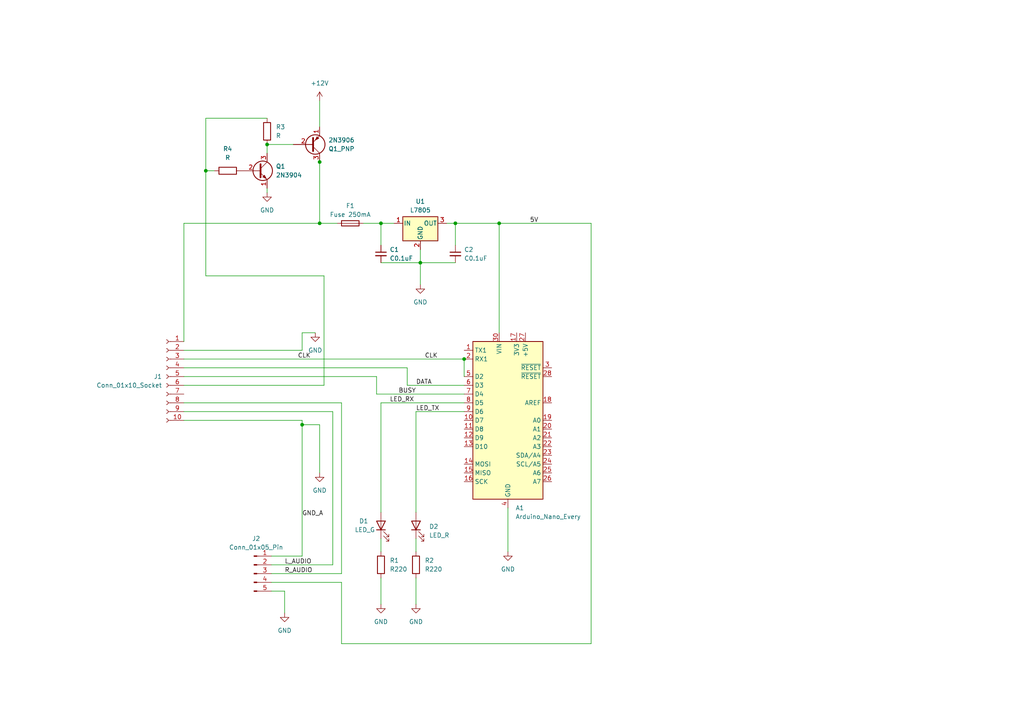
<source format=kicad_sch>
(kicad_sch (version 20230121) (generator eeschema)
  (paper "A4")
  (lib_symbols
    (symbol "Connector:Conn_01x05_Pin" (pin_names (offset 1.016) hide)
      (property "Reference" "J" (at 0 7.62 0))
      (property "Value" "Conn_01x05_Pin" (at 0 -7.62 0))
      (symbol "Conn_01x05_Pin_1_1"
        (polyline (pts (xy 1.27 -5.08) (xy 0.8636 -5.08)) (stroke (width 0.1524)))
        (polyline (pts (xy 1.27 -2.54) (xy 0.8636 -2.54)) (stroke (width 0.1524)))
        (polyline (pts (xy 1.27 0) (xy 0.8636 0)) (stroke (width 0.1524)))
        (polyline (pts (xy 1.27 2.54) (xy 0.8636 2.54)) (stroke (width 0.1524)))
        (polyline (pts (xy 1.27 5.08) (xy 0.8636 5.08)) (stroke (width 0.1524)))
        (rectangle (start 0.8636 -4.953) (end 0 -5.207) (stroke (width 0.1524)) (fill (type outline)))
        (rectangle (start 0.8636 -2.413) (end 0 -2.667) (stroke (width 0.1524)) (fill (type outline)))
        (rectangle (start 0.8636 0.127) (end 0 -0.127) (stroke (width 0.1524)) (fill (type outline)))
        (rectangle (start 0.8636 2.667) (end 0 2.413) (stroke (width 0.1524)) (fill (type outline)))
        (rectangle (start 0.8636 5.207) (end 0 4.953) (stroke (width 0.1524)) (fill (type outline)))
        (pin passive line (at 5.08 5.08 180) (length 3.81) (name "Pin_1") (number "1"))
        (pin passive line (at 5.08 2.54 180) (length 3.81) (name "Pin_2") (number "2"))
        (pin passive line (at 5.08 0 180) (length 3.81) (name "Pin_3") (number "3"))
        (pin passive line (at 5.08 -2.54 180) (length 3.81) (name "Pin_4") (number "4"))
        (pin passive line (at 5.08 -5.08 180) (length 3.81) (name "Pin_5") (number "5"))
      )
    )
    (symbol "Connector:Conn_01x10_Socket" (pin_names (offset 1.016) hide)
      (property "Reference" "J" (at 0 12.7 0))
      (property "Value" "Conn_01x10_Socket" (at 0 -15.24 0))
      (symbol "Conn_01x10_Socket_1_1"
        (arc (start 0 -12.192) (mid -0.5058 -12.7) (end 0 -13.208) (stroke (width 0.1524)))
        (arc (start 0 -9.652) (mid -0.5058 -10.16) (end 0 -10.668) (stroke (width 0.1524)))
        (arc (start 0 -7.112) (mid -0.5058 -7.62) (end 0 -8.128) (stroke (width 0.1524)))
        (arc (start 0 -4.572) (mid -0.5058 -5.08) (end 0 -5.588) (stroke (width 0.1524)))
        (arc (start 0 -2.032) (mid -0.5058 -2.54) (end 0 -3.048) (stroke (width 0.1524)))
        (polyline (pts (xy -1.27 -12.7) (xy -0.508 -12.7)) (stroke (width 0.1524)))
        (polyline (pts (xy -1.27 -10.16) (xy -0.508 -10.16)) (stroke (width 0.1524)))
        (polyline (pts (xy -1.27 -7.62) (xy -0.508 -7.62)) (stroke (width 0.1524)))
        (polyline (pts (xy -1.27 -5.08) (xy -0.508 -5.08)) (stroke (width 0.1524)))
        (polyline (pts (xy -1.27 -2.54) (xy -0.508 -2.54)) (stroke (width 0.1524)))
        (polyline (pts (xy -1.27 0) (xy -0.508 0)) (stroke (width 0.1524)))
        (polyline (pts (xy -1.27 2.54) (xy -0.508 2.54)) (stroke (width 0.1524)))
        (polyline (pts (xy -1.27 5.08) (xy -0.508 5.08)) (stroke (width 0.1524)))
        (polyline (pts (xy -1.27 7.62) (xy -0.508 7.62)) (stroke (width 0.1524)))
        (polyline (pts (xy -1.27 10.16) (xy -0.508 10.16)) (stroke (width 0.1524)))
        (arc (start 0 0.508) (mid -0.5058 0) (end 0 -0.508) (stroke (width 0.1524)))
        (arc (start 0 3.048) (mid -0.5058 2.54) (end 0 2.032) (stroke (width 0.1524)))
        (arc (start 0 5.588) (mid -0.5058 5.08) (end 0 4.572) (stroke (width 0.1524)))
        (arc (start 0 8.128) (mid -0.5058 7.62) (end 0 7.112) (stroke (width 0.1524)))
        (arc (start 0 10.668) (mid -0.5058 10.16) (end 0 9.652) (stroke (width 0.1524)))
        (pin passive line (at -5.08 10.16 0) (length 3.81) (name "Pin_1") (number "1"))
        (pin passive line (at -5.08 -12.7 0) (length 3.81) (name "Pin_10") (number "10"))
        (pin passive line (at -5.08 7.62 0) (length 3.81) (name "Pin_2") (number "2"))
        (pin passive line (at -5.08 5.08 0) (length 3.81) (name "Pin_3") (number "3"))
        (pin passive line (at -5.08 2.54 0) (length 3.81) (name "Pin_4") (number "4"))
        (pin passive line (at -5.08 0 0) (length 3.81) (name "Pin_5") (number "5"))
        (pin passive line (at -5.08 -2.54 0) (length 3.81) (name "Pin_6") (number "6"))
        (pin passive line (at -5.08 -5.08 0) (length 3.81) (name "Pin_7") (number "7"))
        (pin passive line (at -5.08 -7.62 0) (length 3.81) (name "Pin_8") (number "8"))
        (pin passive line (at -5.08 -10.16 0) (length 3.81) (name "Pin_9") (number "9"))
      )
    )
    (symbol "Device:C_Small" (pin_numbers hide) (pin_names (offset 0.254) hide)
      (property "Reference" "C" (at 0.254 1.778 0))
      (property "Value" "C_Small" (at 0.254 -2.032 0))
      (symbol "C_Small_0_1"
        (polyline (pts (xy -1.524 -0.508) (xy 1.524 -0.508)) (stroke (width 0.3302)))
        (polyline (pts (xy -1.524 0.508) (xy 1.524 0.508)) (stroke (width 0.3048)))
      )
      (symbol "C_Small_1_1"
        (pin passive line (at 0 2.54 270) (length 2.032) (name "~") (number "1"))
        (pin passive line (at 0 -2.54 90) (length 2.032) (name "~") (number "2"))
      )
    )
    (symbol "Device:Fuse" (pin_numbers hide) (pin_names (offset 0))
      (property "Reference" "F" (at 2.032 0 90))
      (property "Value" "Fuse" (at -1.905 0 90))
      (symbol "Fuse_0_1"
        (rectangle (start -0.762 -2.54) (end 0.762 2.54) (stroke (width 0.254)))
        (polyline (pts (xy 0 2.54) (xy 0 -2.54)))
      )
      (symbol "Fuse_1_1"
        (pin passive line (at 0 3.81 270) (length 1.27) (name "~") (number "1"))
        (pin passive line (at 0 -3.81 90) (length 1.27) (name "~") (number "2"))
      )
    )
    (symbol "Device:LED" (pin_numbers hide) (pin_names (offset 1.016) hide)
      (property "Reference" "D" (at 0 2.54 0))
      (property "Value" "LED" (at 0 -2.54 0))
      (symbol "LED_0_1"
        (polyline (pts (xy -1.27 -1.27) (xy -1.27 1.27)) (stroke (width 0.254)))
        (polyline (pts (xy -1.27 0) (xy 1.27 0)))
        (polyline (pts (xy 1.27 -1.27) (xy 1.27 1.27) (xy -1.27 0) (xy 1.27 -1.27)) (stroke (width 0.254)))
        (polyline (pts (xy -3.048 -0.762) (xy -4.572 -2.286) (xy -3.81 -2.286) (xy -4.572 -2.286) (xy -4.572 -1.524)))
        (polyline (pts (xy -1.778 -0.762) (xy -3.302 -2.286) (xy -2.54 -2.286) (xy -3.302 -2.286) (xy -3.302 -1.524)))
      )
      (symbol "LED_1_1"
        (pin passive line (at -3.81 0 0) (length 2.54) (name "K") (number "1"))
        (pin passive line (at 3.81 0 180) (length 2.54) (name "A") (number "2"))
      )
    )
    (symbol "Device:R" (pin_numbers hide) (pin_names (offset 0))
      (property "Reference" "R" (at 2.032 0 90))
      (property "Value" "R" (at 0 0 90))
      (symbol "R_0_1"
        (rectangle (start -1.016 -2.54) (end 1.016 2.54) (stroke (width 0.254)))
      )
      (symbol "R_1_1"
        (pin passive line (at 0 3.81 270) (length 1.27) (name "~") (number "1"))
        (pin passive line (at 0 -3.81 90) (length 1.27) (name "~") (number "2"))
      )
    )
    (symbol "MCU_Module:Arduino_Nano_Every"
      (property "Reference" "A" (at -10.16 23.495 0))
      (property "Value" "Arduino_Nano_Every" (at 5.08 -24.13 0))
      (symbol "Arduino_Nano_Every_0_1"
        (rectangle (start -10.16 22.86) (end 10.16 -22.86) (stroke (width 0.254)) (fill (type background)))
      )
      (symbol "Arduino_Nano_Every_1_1"
        (pin bidirectional line (at -12.7 20.32 0) (length 2.54) (name "TX1") (number "1"))
        (pin bidirectional line (at -12.7 0 0) (length 2.54) (name "D7") (number "10"))
        (pin bidirectional line (at -12.7 -2.54 0) (length 2.54) (name "D8") (number "11"))
        (pin bidirectional line (at -12.7 -5.08 0) (length 2.54) (name "D9") (number "12"))
        (pin bidirectional line (at -12.7 -7.62 0) (length 2.54) (name "D10") (number "13"))
        (pin bidirectional line (at -12.7 -12.7 0) (length 2.54) (name "MOSI") (number "14"))
        (pin bidirectional line (at -12.7 -15.24 0) (length 2.54) (name "MISO") (number "15"))
        (pin bidirectional line (at -12.7 -17.78 0) (length 2.54) (name "SCK") (number "16"))
        (pin power_out line (at 2.54 25.4 270) (length 2.54) (name "3V3") (number "17"))
        (pin input line (at 12.7 5.08 180) (length 2.54) (name "AREF") (number "18"))
        (pin bidirectional line (at 12.7 0 180) (length 2.54) (name "A0") (number "19"))
        (pin bidirectional line (at -12.7 17.78 0) (length 2.54) (name "RX1") (number "2"))
        (pin bidirectional line (at 12.7 -2.54 180) (length 2.54) (name "A1") (number "20"))
        (pin bidirectional line (at 12.7 -5.08 180) (length 2.54) (name "A2") (number "21"))
        (pin bidirectional line (at 12.7 -7.62 180) (length 2.54) (name "A3") (number "22"))
        (pin bidirectional line (at 12.7 -10.16 180) (length 2.54) (name "SDA/A4") (number "23"))
        (pin bidirectional line (at 12.7 -12.7 180) (length 2.54) (name "SCL/A5") (number "24"))
        (pin bidirectional line (at 12.7 -15.24 180) (length 2.54) (name "A6") (number "25"))
        (pin bidirectional line (at 12.7 -17.78 180) (length 2.54) (name "A7") (number "26"))
        (pin power_out line (at 5.08 25.4 270) (length 2.54) (name "+5V") (number "27"))
        (pin input line (at 12.7 12.7 180) (length 2.54) (name "~{RESET}") (number "28"))
        (pin passive line (at 0 -25.4 90) (length 2.54) hide (name "GND") (number "29"))
        (pin input line (at 12.7 15.24 180) (length 2.54) (name "~{RESET}") (number "3"))
        (pin power_in line (at -2.54 25.4 270) (length 2.54) (name "VIN") (number "30"))
        (pin power_in line (at 0 -25.4 90) (length 2.54) (name "GND") (number "4"))
        (pin bidirectional line (at -12.7 12.7 0) (length 2.54) (name "D2") (number "5"))
        (pin bidirectional line (at -12.7 10.16 0) (length 2.54) (name "D3") (number "6"))
        (pin bidirectional line (at -12.7 7.62 0) (length 2.54) (name "D4") (number "7"))
        (pin bidirectional line (at -12.7 5.08 0) (length 2.54) (name "D5") (number "8"))
        (pin bidirectional line (at -12.7 2.54 0) (length 2.54) (name "D6") (number "9"))
      )
    )
    (symbol "Regulator_Linear:L7805" (pin_names (offset 0.254))
      (property "Reference" "U" (at -3.81 3.175 0))
      (property "Value" "L7805" (at 0 3.175 0))
      (symbol "L7805_0_1"
        (rectangle (start -5.08 1.905) (end 5.08 -5.08) (stroke (width 0.254)) (fill (type background)))
      )
      (symbol "L7805_1_1"
        (pin power_in line (at -7.62 0 0) (length 2.54) (name "IN") (number "1"))
        (pin power_in line (at 0 -7.62 90) (length 2.54) (name "GND") (number "2"))
        (pin power_out line (at 7.62 0 180) (length 2.54) (name "OUT") (number "3"))
      )
    )
    (symbol "Transistor_BJT:2N3904" (pin_names (offset 0) hide)
      (property "Reference" "Q" (at 5.08 1.905 0))
      (property "Value" "2N3904" (at 5.08 0 0))
      (symbol "2N3904_0_1"
        (polyline (pts (xy 0.635 0.635) (xy 2.54 2.54)))
        (polyline (pts (xy 0.635 -0.635) (xy 2.54 -2.54) (xy 2.54 -2.54)))
        (polyline (pts (xy 0.635 1.905) (xy 0.635 -1.905) (xy 0.635 -1.905)) (stroke (width 0.508)))
        (polyline (pts (xy 1.27 -1.778) (xy 1.778 -1.27) (xy 2.286 -2.286) (xy 1.27 -1.778) (xy 1.27 -1.778)) (fill (type outline)))
        (circle (center 1.27 0) (radius 2.8194) (stroke (width 0.254)))
      )
      (symbol "2N3904_1_1"
        (pin passive line (at 2.54 -5.08 90) (length 2.54) (name "E") (number "1"))
        (pin passive line (at -5.08 0 0) (length 5.715) (name "B") (number "2"))
        (pin passive line (at 2.54 5.08 270) (length 2.54) (name "C") (number "3"))
      )
    )
    (symbol "Transistor_BJT:2N3906" (pin_names (offset 0) hide)
      (property "Reference" "Q" (at 5.08 1.905 0))
      (property "Value" "2N3906" (at 5.08 0 0))
      (symbol "2N3906_0_1"
        (polyline (pts (xy 0.635 0.635) (xy 2.54 2.54)))
        (polyline (pts (xy 0.635 -0.635) (xy 2.54 -2.54) (xy 2.54 -2.54)))
        (polyline (pts (xy 0.635 1.905) (xy 0.635 -1.905) (xy 0.635 -1.905)) (stroke (width 0.508)))
        (polyline (pts (xy 2.286 -1.778) (xy 1.778 -2.286) (xy 1.27 -1.27) (xy 2.286 -1.778) (xy 2.286 -1.778)) (fill (type outline)))
        (circle (center 1.27 0) (radius 2.8194) (stroke (width 0.254)))
      )
      (symbol "2N3906_1_1"
        (pin passive line (at 2.54 -5.08 90) (length 2.54) (name "E") (number "1"))
        (pin input line (at -5.08 0 0) (length 5.715) (name "B") (number "2"))
        (pin passive line (at 2.54 5.08 270) (length 2.54) (name "C") (number "3"))
      )
    )
    (symbol "power:+12V" (power) (pin_names (offset 0))
      (property "Value" "+12V" (at 0 3.556 0))
      (symbol "+12V_0_1"
        (polyline (pts (xy -0.762 1.27) (xy 0 2.54)))
        (polyline (pts (xy 0 0) (xy 0 2.54)))
        (polyline (pts (xy 0 2.54) (xy 0.762 1.27)))
      )
      (symbol "+12V_1_1"
        (pin power_in line (at 0 0 90) (length 0) hide (name "+12V") (number "1"))
      )
    )
    (symbol "power:GND" (power) (pin_names (offset 0))
      (property "Value" "GND" (at 0 -3.81 0))
      (symbol "GND_0_1"
        (polyline (pts (xy 0 0) (xy 0 -1.27) (xy 1.27 -1.27) (xy 0 -2.54) (xy -1.27 -1.27) (xy 0 -1.27)))
      )
      (symbol "GND_1_1"
        (pin power_in line (at 0 0 270) (length 0) hide (name "GND") (number "1"))
      )
    )
  )
  (junction (at 87.63 123.19))
  (junction (at 134.62 104.14))
  (junction (at 92.71 64.77))
  (junction (at 144.78 64.77))
  (junction (at 110.49 64.77))
  (junction (at 92.71 46.99))
  (junction (at 132.08 64.77))
  (junction (at 59.69 49.53))
  (junction (at 121.92 76.2))
  (junction (at 77.47 41.91))
  (wire (pts (xy 92.71 29.21) (xy 92.71 36.83)))
  (wire (pts (xy 132.08 64.77) (xy 132.08 71.12)))
  (wire (pts (xy 118.11 106.68) (xy 118.11 111.76)))
  (wire (pts (xy 118.11 111.76) (xy 134.62 111.76)))
  (wire (pts (xy 82.55 171.45) (xy 82.55 177.8)))
  (wire (pts (xy 99.06 168.91) (xy 99.06 186.69)))
  (wire (pts (xy 91.44 96.52) (xy 87.63 96.52)))
  (wire (pts (xy 92.71 45.72) (xy 92.71 46.99)))
  (wire (pts (xy 53.34 99.06) (xy 53.34 64.77)))
  (wire (pts (xy 110.49 156.21) (xy 110.49 160.02)))
  (wire (pts (xy 53.34 106.68) (xy 118.11 106.68)))
  (wire (pts (xy 147.32 147.32) (xy 147.32 160.02)))
  (wire (pts (xy 121.92 76.2) (xy 132.08 76.2)))
  (wire (pts (xy 121.92 72.39) (xy 121.92 76.2)))
  (wire (pts (xy 77.47 41.91) (xy 85.09 41.91)))
  (wire (pts (xy 78.74 161.29) (xy 87.63 161.29)))
  (wire (pts (xy 121.92 76.2) (xy 121.92 82.55)))
  (wire (pts (xy 120.65 119.38) (xy 134.62 119.38)))
  (wire (pts (xy 59.69 49.53) (xy 62.23 49.53)))
  (wire (pts (xy 77.47 44.45) (xy 77.47 41.91)))
  (wire (pts (xy 53.34 64.77) (xy 92.71 64.77)))
  (wire (pts (xy 92.71 64.77) (xy 97.79 64.77)))
  (wire (pts (xy 87.63 161.29) (xy 87.63 123.19)))
  (wire (pts (xy 110.49 116.84) (xy 110.49 148.59)))
  (wire (pts (xy 120.65 167.64) (xy 120.65 175.26)))
  (wire (pts (xy 87.63 123.19) (xy 92.71 123.19)))
  (wire (pts (xy 96.52 163.83) (xy 96.52 119.38)))
  (wire (pts (xy 132.08 64.77) (xy 144.78 64.77)))
  (wire (pts (xy 120.65 119.38) (xy 120.65 148.59)))
  (wire (pts (xy 77.47 54.61) (xy 77.47 55.88)))
  (wire (pts (xy 78.74 171.45) (xy 82.55 171.45)))
  (wire (pts (xy 93.98 80.01) (xy 59.69 80.01)))
  (wire (pts (xy 144.78 64.77) (xy 144.78 96.52)))
  (wire (pts (xy 78.74 168.91) (xy 99.06 168.91)))
  (wire (pts (xy 92.71 123.19) (xy 92.71 137.16)))
  (wire (pts (xy 87.63 96.52) (xy 87.63 101.6)))
  (wire (pts (xy 53.34 101.6) (xy 87.63 101.6)))
  (wire (pts (xy 93.98 111.76) (xy 93.98 80.01)))
  (wire (pts (xy 105.41 64.77) (xy 110.49 64.77)))
  (wire (pts (xy 109.22 109.22) (xy 109.22 114.3)))
  (wire (pts (xy 53.34 109.22) (xy 109.22 109.22)))
  (wire (pts (xy 144.78 64.77) (xy 171.45 64.77)))
  (wire (pts (xy 110.49 64.77) (xy 110.49 71.12)))
  (wire (pts (xy 99.06 166.37) (xy 99.06 116.84)))
  (wire (pts (xy 110.49 76.2) (xy 121.92 76.2)))
  (wire (pts (xy 110.49 167.64) (xy 110.49 175.26)))
  (wire (pts (xy 92.71 46.99) (xy 92.71 64.77)))
  (wire (pts (xy 87.63 121.92) (xy 87.63 123.19)))
  (wire (pts (xy 78.74 163.83) (xy 96.52 163.83)))
  (wire (pts (xy 53.34 119.38) (xy 96.52 119.38)))
  (wire (pts (xy 53.34 116.84) (xy 99.06 116.84)))
  (wire (pts (xy 53.34 104.14) (xy 134.62 104.14)))
  (wire (pts (xy 129.54 64.77) (xy 132.08 64.77)))
  (wire (pts (xy 78.74 166.37) (xy 99.06 166.37)))
  (wire (pts (xy 53.34 121.92) (xy 87.63 121.92)))
  (wire (pts (xy 120.65 156.21) (xy 120.65 160.02)))
  (wire (pts (xy 53.34 111.76) (xy 93.98 111.76)))
  (wire (pts (xy 134.62 116.84) (xy 110.49 116.84)))
  (wire (pts (xy 59.69 34.29) (xy 77.47 34.29)))
  (wire (pts (xy 59.69 49.53) (xy 59.69 34.29)))
  (wire (pts (xy 134.62 109.22) (xy 134.62 104.14)))
  (wire (pts (xy 59.69 49.53) (xy 59.69 80.01)))
  (wire (pts (xy 171.45 186.69) (xy 171.45 64.77)))
  (wire (pts (xy 110.49 64.77) (xy 114.3 64.77)))
  (wire (pts (xy 109.22 114.3) (xy 134.62 114.3)))
  (wire (pts (xy 99.06 186.69) (xy 171.45 186.69)))
  (label "LED_TX" (at 120.65 119.38 0))
  (label "CLK" (at 123.19 104.14 0))
  (label "L_AUDIO" (at 82.55 163.83 0))
  (label "DATA" (at 120.65 111.76 0))
  (label "BUSY" (at 115.57 114.3 0))
  (label "5V" (at 153.67 64.77 0))
  (label "GND_A" (at 87.63 149.86 0))
  (label "LED_RX" (at 113.03 116.84 0))
  (label "R_AUDIO" (at 82.55 166.37 0))
  (label "CLK" (at 86.36 104.14 0))
  (symbol (lib_id "power:GND") (at 120.65 175.26 0) (unit 1)
    (property "Reference" "#PWR05" (effects hide))
    (property "Value" "GND" (at 120.65 180.34 0))
  )
  (symbol (lib_id "Device:LED") (at 120.65 152.4 90) (unit 1)
    (property "Reference" "D2" (at 124.46 152.7175 90) (effects (justify right)))
    (property "Value" "LED_R" (at 124.46 155.2575 90) (effects (justify right)))
  )
  (symbol (lib_id "power:GND") (at 92.71 137.16 0) (unit 1)
    (property "Reference" "#PWR07" (effects hide))
    (property "Value" "GND" (at 92.71 142.24 0))
  )
  (symbol (lib_id "Transistor_BJT:2N3904") (at 74.93 49.53 0) (unit 1)
    (property "Reference" "Q1" (at 80.01 48.26 0) (effects (justify left)))
    (property "Value" "2N3904" (at 80.01 50.8 0) (effects (justify left)))
    (property "Footprint" "Package_TO_SOT_THT:TO-92_Inline" (effects hide))
    (property "Datasheet" "https://www.onsemi.com/pub/Collateral/2N3903-D.PDF" (effects hide))
  )
  (symbol (lib_id "Device:R") (at 110.49 163.83 0) (unit 1)
    (property "Reference" "R1" (at 113.03 162.56 0) (effects (justify left)))
    (property "Value" "R220" (at 113.03 165.1 0) (effects (justify left)))
  )
  (symbol (lib_id "Device:R") (at 120.65 163.83 0) (unit 1)
    (property "Reference" "R2" (at 123.19 162.56 0) (effects (justify left)))
    (property "Value" "R220" (at 123.19 165.1 0) (effects (justify left)))
  )
  (symbol (lib_id "power:GND") (at 110.49 175.26 0) (unit 1)
    (property "Reference" "#PWR06" (effects hide))
    (property "Value" "GND" (at 110.49 180.34 0))
  )
  (symbol (lib_id "Device:R") (at 77.47 38.1 0) (unit 1)
    (property "Reference" "R3" (at 80.01 36.83 0) (effects (justify left)))
    (property "Value" "R" (at 80.01 39.37 0) (effects (justify left)))
  )
  (symbol (lib_id "Device:C_Small") (at 132.08 73.66 0) (unit 1)
    (property "Reference" "C2" (at 134.62 72.3963 0) (effects (justify left)))
    (property "Value" "C0.1uF" (at 134.62 74.9363 0) (effects (justify left)))
  )
  (symbol (lib_id "Connector:Conn_01x10_Socket") (at 48.26 109.22 0) (mirror y) (unit 1)
    (property "Reference" "J1" (at 46.99 109.22 0) (effects (justify left)))
    (property "Value" "Conn_01x10_Socket" (at 46.99 111.76 0) (effects (justify left)))
  )
  (symbol (lib_id "Regulator_Linear:L7805") (at 121.92 64.77 0) (unit 1)
    (property "Reference" "U1" (at 121.92 58.42 0))
    (property "Value" "L7805" (at 121.92 60.96 0))
    (property "Datasheet" "http://www.st.com/content/ccc/resource/technical/document/datasheet/41/4f/b3/b0/12/d4/47/88/CD00000444.pdf/files/CD00000444.pdf/jcr:content/translations/en.CD00000444.pdf" (effects hide))
  )
  (symbol (lib_id "Device:R") (at 66.04 49.53 270) (unit 1)
    (property "Reference" "R4" (at 66.04 43.18 90))
    (property "Value" "R" (at 66.04 45.72 90))
  )
  (symbol (lib_id "power:+12V") (at 92.71 29.21 0) (unit 1)
    (property "Reference" "#PWR02" (effects hide))
    (property "Value" "+12V" (at 92.71 24.13 0))
  )
  (symbol (lib_id "MCU_Module:Arduino_Nano_Every") (at 147.32 121.92 0) (unit 1)
    (property "Reference" "A1" (at 149.5141 147.32 0) (effects (justify left)))
    (property "Value" "Arduino_Nano_Every" (at 149.5141 149.86 0) (effects (justify left)))
    (property "Footprint" "Module:Arduino_Nano" (effects hide))
    (property "Datasheet" "https://content.arduino.cc/assets/NANOEveryV3.0_sch.pdf" (effects hide))
  )
  (symbol (lib_id "Connector:Conn_01x05_Pin") (at 73.66 166.37 0) (unit 1)
    (property "Reference" "J2" (at 74.295 156.21 0))
    (property "Value" "Conn_01x05_Pin" (at 74.295 158.75 0))
  )
  (symbol (lib_id "Device:Fuse") (at 101.6 64.77 270) (unit 1)
    (property "Reference" "F1" (at 101.6 59.69 90))
    (property "Value" "Fuse 250mA" (at 101.6 62.23 90))
  )
  (symbol (lib_id "power:GND") (at 121.92 82.55 0) (unit 1)
    (property "Reference" "#PWR01" (effects hide))
    (property "Value" "GND" (at 121.92 87.63 0))
  )
  (symbol (lib_id "Device:C_Small") (at 110.49 73.66 0) (unit 1)
    (property "Reference" "C1" (at 113.03 72.3963 0) (effects (justify left)))
    (property "Value" "C0.1uF" (at 113.03 74.9363 0) (effects (justify left)))
  )
  (symbol (lib_id "Transistor_BJT:2N3906") (at 90.17 41.91 0) (mirror x) (unit 1)
    (property "Reference" "Q1_PNP" (at 95.25 43.18 0) (effects (justify left)))
    (property "Value" "2N3906" (at 95.25 40.64 0) (effects (justify left)))
    (property "Footprint" "Package_TO_SOT_THT:TO-92_Inline" (effects hide))
    (property "Datasheet" "https://www.onsemi.com/pub/Collateral/2N3906-D.PDF" (effects hide))
  )
  (symbol (lib_id "Device:LED") (at 110.49 152.4 90) (unit 1)
    (property "Reference" "D1" (at 104.14 151.13 90) (effects (justify right)))
    (property "Value" "LED_G" (at 102.87 153.67 90) (effects (justify right)))
  )
  (symbol (lib_id "power:GND") (at 82.55 177.8 0) (unit 1)
    (property "Reference" "#PWR08" (effects hide))
    (property "Value" "GND" (at 82.55 182.88 0))
  )
  (symbol (lib_id "power:GND") (at 91.44 96.52 0) (unit 1)
    (property "Reference" "#PWR04" (effects hide))
    (property "Value" "GND" (at 91.44 101.6 0))
  )
  (symbol (lib_id "power:GND") (at 77.47 55.88 0) (unit 1)
    (property "Reference" "#PWR09" (effects hide))
    (property "Value" "GND" (at 77.47 60.96 0))
  )
  (symbol (lib_id "power:GND") (at 147.32 160.02 0) (unit 1)
    (property "Reference" "#PWR03" (effects hide))
    (property "Value" "GND" (at 147.32 165.1 0))
  )
)
</source>
